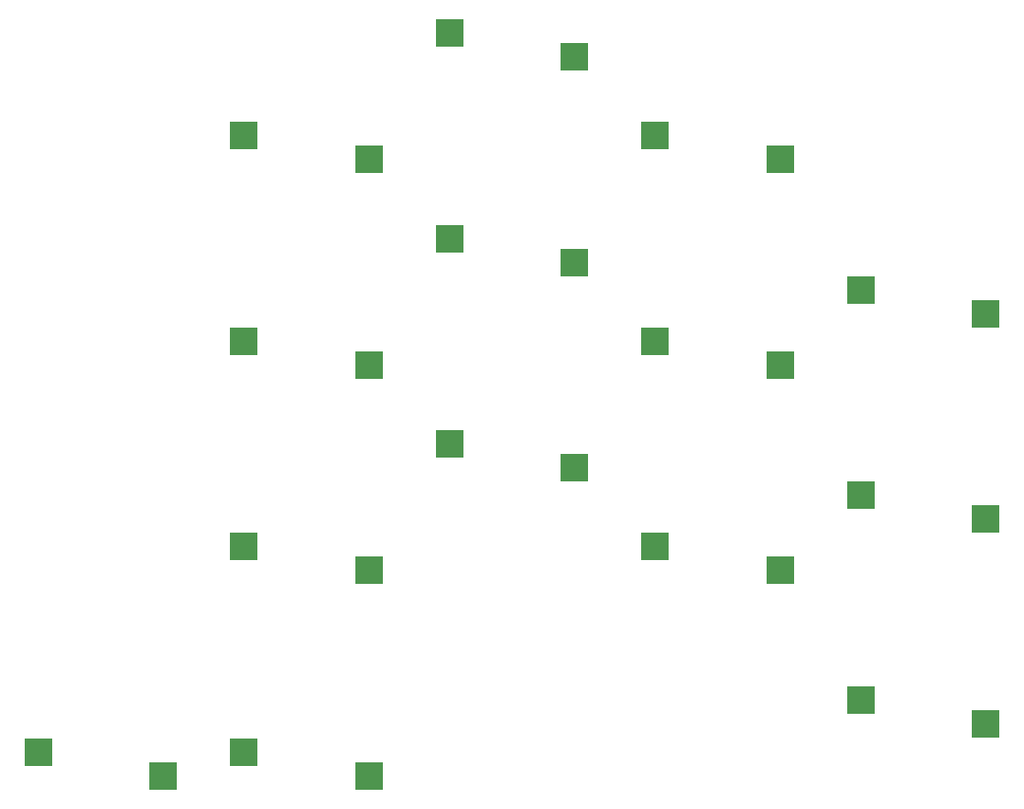
<source format=gbr>
%TF.GenerationSoftware,KiCad,Pcbnew,8.0.1*%
%TF.CreationDate,2024-11-14T23:06:04-08:00*%
%TF.ProjectId,roo_right_autorouted,726f6f5f-7269-4676-9874-5f6175746f72,0.1.0*%
%TF.SameCoordinates,Original*%
%TF.FileFunction,Paste,Bot*%
%TF.FilePolarity,Positive*%
%FSLAX46Y46*%
G04 Gerber Fmt 4.6, Leading zero omitted, Abs format (unit mm)*
G04 Created by KiCad (PCBNEW 8.0.1) date 2024-11-14 23:06:04*
%MOMM*%
%LPD*%
G01*
G04 APERTURE LIST*
%ADD10R,2.600000X2.600000*%
G04 APERTURE END LIST*
D10*
%TO.C,S1*%
X247310800Y-158635800D03*
X258860800Y-160835800D03*
%TD*%
%TO.C,S2*%
X247310800Y-139635800D03*
X258860800Y-141835800D03*
%TD*%
%TO.C,S3*%
X247310800Y-120635800D03*
X258860800Y-122835800D03*
%TD*%
%TO.C,S4*%
X228310800Y-144385800D03*
X239860800Y-146585800D03*
%TD*%
%TO.C,S5*%
X228310800Y-125385800D03*
X239860800Y-127585800D03*
%TD*%
%TO.C,S6*%
X228310800Y-106385800D03*
X239860800Y-108585800D03*
%TD*%
%TO.C,S7*%
X209310800Y-134885800D03*
X220860800Y-137085800D03*
%TD*%
%TO.C,S8*%
X209310800Y-115885800D03*
X220860800Y-118085800D03*
%TD*%
%TO.C,S9*%
X209310800Y-96885800D03*
X220860800Y-99085800D03*
%TD*%
%TO.C,S10*%
X190310800Y-144385800D03*
X201860800Y-146585800D03*
%TD*%
%TO.C,S11*%
X190310800Y-125385800D03*
X201860800Y-127585800D03*
%TD*%
%TO.C,S12*%
X190310800Y-106385800D03*
X201860800Y-108585800D03*
%TD*%
%TO.C,S13*%
X190310800Y-163385800D03*
X201860800Y-165585800D03*
%TD*%
%TO.C,S14*%
X171310800Y-163385800D03*
X182860800Y-165585800D03*
%TD*%
M02*

</source>
